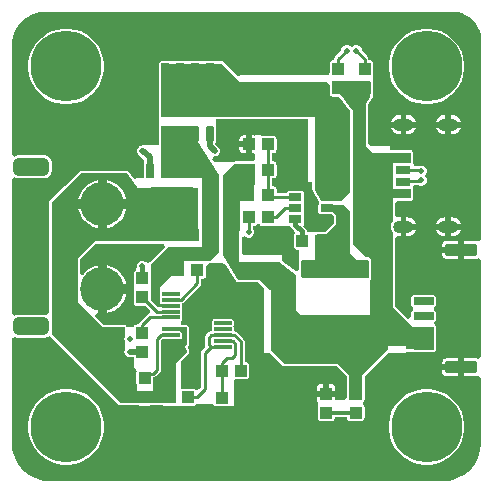
<source format=gtl>
G04*
G04 #@! TF.GenerationSoftware,Altium Limited,Altium Designer,24.5.2 (23)*
G04*
G04 Layer_Physical_Order=1*
G04 Layer_Color=255*
%FSLAX44Y44*%
%MOMM*%
G71*
G04*
G04 #@! TF.SameCoordinates,77DF0842-A661-4F59-BA2F-9A799A7BDEE5*
G04*
G04*
G04 #@! TF.FilePolarity,Positive*
G04*
G01*
G75*
%ADD10C,0.2540*%
%ADD11C,0.3500*%
G04:AMPARAMS|DCode=19|XSize=3.81mm|YSize=3.91mm|CornerRadius=0.1905mm|HoleSize=0mm|Usage=FLASHONLY|Rotation=90.000|XOffset=0mm|YOffset=0mm|HoleType=Round|Shape=RoundedRectangle|*
%AMROUNDEDRECTD19*
21,1,3.8100,3.5290,0,0,90.0*
21,1,3.4290,3.9100,0,0,90.0*
1,1,0.3810,1.7645,1.7145*
1,1,0.3810,1.7645,-1.7145*
1,1,0.3810,-1.7645,-1.7145*
1,1,0.3810,-1.7645,1.7145*
%
%ADD19ROUNDEDRECTD19*%
G04:AMPARAMS|DCode=20|XSize=1.27mm|YSize=0.61mm|CornerRadius=0.0305mm|HoleSize=0mm|Usage=FLASHONLY|Rotation=90.000|XOffset=0mm|YOffset=0mm|HoleType=Round|Shape=RoundedRectangle|*
%AMROUNDEDRECTD20*
21,1,1.2700,0.5490,0,0,90.0*
21,1,1.2090,0.6100,0,0,90.0*
1,1,0.0610,0.2745,0.6045*
1,1,0.0610,0.2745,-0.6045*
1,1,0.0610,-0.2745,-0.6045*
1,1,0.0610,-0.2745,0.6045*
%
%ADD20ROUNDEDRECTD20*%
G04:AMPARAMS|DCode=21|XSize=1.02mm|YSize=0.61mm|CornerRadius=0.0305mm|HoleSize=0mm|Usage=FLASHONLY|Rotation=90.000|XOffset=0mm|YOffset=0mm|HoleType=Round|Shape=RoundedRectangle|*
%AMROUNDEDRECTD21*
21,1,1.0200,0.5490,0,0,90.0*
21,1,0.9590,0.6100,0,0,90.0*
1,1,0.0610,0.2745,0.4795*
1,1,0.0610,0.2745,-0.4795*
1,1,0.0610,-0.2745,-0.4795*
1,1,0.0610,-0.2745,0.4795*
%
%ADD21ROUNDEDRECTD21*%
G04:AMPARAMS|DCode=22|XSize=0.7mm|YSize=1.2mm|CornerRadius=0.035mm|HoleSize=0mm|Usage=FLASHONLY|Rotation=90.000|XOffset=0mm|YOffset=0mm|HoleType=Round|Shape=RoundedRectangle|*
%AMROUNDEDRECTD22*
21,1,0.7000,1.1300,0,0,90.0*
21,1,0.6300,1.2000,0,0,90.0*
1,1,0.0700,0.5650,0.3150*
1,1,0.0700,0.5650,-0.3150*
1,1,0.0700,-0.5650,-0.3150*
1,1,0.0700,-0.5650,0.3150*
%
%ADD22ROUNDEDRECTD22*%
G04:AMPARAMS|DCode=23|XSize=0.76mm|YSize=1.2mm|CornerRadius=0.038mm|HoleSize=0mm|Usage=FLASHONLY|Rotation=90.000|XOffset=0mm|YOffset=0mm|HoleType=Round|Shape=RoundedRectangle|*
%AMROUNDEDRECTD23*
21,1,0.7600,1.1240,0,0,90.0*
21,1,0.6840,1.2000,0,0,90.0*
1,1,0.0760,0.5620,0.3420*
1,1,0.0760,0.5620,-0.3420*
1,1,0.0760,-0.5620,-0.3420*
1,1,0.0760,-0.5620,0.3420*
%
%ADD23ROUNDEDRECTD23*%
G04:AMPARAMS|DCode=24|XSize=0.8mm|YSize=1.2mm|CornerRadius=0.04mm|HoleSize=0mm|Usage=FLASHONLY|Rotation=90.000|XOffset=0mm|YOffset=0mm|HoleType=Round|Shape=RoundedRectangle|*
%AMROUNDEDRECTD24*
21,1,0.8000,1.1200,0,0,90.0*
21,1,0.7200,1.2000,0,0,90.0*
1,1,0.0800,0.5600,0.3600*
1,1,0.0800,0.5600,-0.3600*
1,1,0.0800,-0.5600,-0.3600*
1,1,0.0800,-0.5600,0.3600*
%
%ADD24ROUNDEDRECTD24*%
G04:AMPARAMS|DCode=25|XSize=0.6mm|YSize=1.7mm|CornerRadius=0.03mm|HoleSize=0mm|Usage=FLASHONLY|Rotation=90.000|XOffset=0mm|YOffset=0mm|HoleType=Round|Shape=RoundedRectangle|*
%AMROUNDEDRECTD25*
21,1,0.6000,1.6400,0,0,90.0*
21,1,0.5400,1.7000,0,0,90.0*
1,1,0.0600,0.8200,0.2700*
1,1,0.0600,0.8200,-0.2700*
1,1,0.0600,-0.8200,-0.2700*
1,1,0.0600,-0.8200,0.2700*
%
%ADD25ROUNDEDRECTD25*%
G04:AMPARAMS|DCode=26|XSize=2.7mm|YSize=1mm|CornerRadius=0.05mm|HoleSize=0mm|Usage=FLASHONLY|Rotation=180.000|XOffset=0mm|YOffset=0mm|HoleType=Round|Shape=RoundedRectangle|*
%AMROUNDEDRECTD26*
21,1,2.7000,0.9000,0,0,180.0*
21,1,2.6000,1.0000,0,0,180.0*
1,1,0.1000,-1.3000,0.4500*
1,1,0.1000,1.3000,0.4500*
1,1,0.1000,1.3000,-0.4500*
1,1,0.1000,-1.3000,-0.4500*
%
%ADD26ROUNDEDRECTD26*%
G04:AMPARAMS|DCode=27|XSize=1.1mm|YSize=1mm|CornerRadius=0.075mm|HoleSize=0mm|Usage=FLASHONLY|Rotation=0.000|XOffset=0mm|YOffset=0mm|HoleType=Round|Shape=RoundedRectangle|*
%AMROUNDEDRECTD27*
21,1,1.1000,0.8500,0,0,0.0*
21,1,0.9500,1.0000,0,0,0.0*
1,1,0.1500,0.4750,-0.4250*
1,1,0.1500,-0.4750,-0.4250*
1,1,0.1500,-0.4750,0.4250*
1,1,0.1500,0.4750,0.4250*
%
%ADD27ROUNDEDRECTD27*%
G04:AMPARAMS|DCode=28|XSize=1.6mm|YSize=5.7mm|CornerRadius=0.12mm|HoleSize=0mm|Usage=FLASHONLY|Rotation=270.000|XOffset=0mm|YOffset=0mm|HoleType=Round|Shape=RoundedRectangle|*
%AMROUNDEDRECTD28*
21,1,1.6000,5.4600,0,0,270.0*
21,1,1.3600,5.7000,0,0,270.0*
1,1,0.2400,-2.7300,-0.6800*
1,1,0.2400,-2.7300,0.6800*
1,1,0.2400,2.7300,0.6800*
1,1,0.2400,2.7300,-0.6800*
%
%ADD28ROUNDEDRECTD28*%
G04:AMPARAMS|DCode=29|XSize=1.1mm|YSize=1mm|CornerRadius=0.075mm|HoleSize=0mm|Usage=FLASHONLY|Rotation=270.000|XOffset=0mm|YOffset=0mm|HoleType=Round|Shape=RoundedRectangle|*
%AMROUNDEDRECTD29*
21,1,1.1000,0.8500,0,0,270.0*
21,1,0.9500,1.0000,0,0,270.0*
1,1,0.1500,-0.4250,-0.4750*
1,1,0.1500,-0.4250,0.4750*
1,1,0.1500,0.4250,0.4750*
1,1,0.1500,0.4250,-0.4750*
%
%ADD29ROUNDEDRECTD29*%
G04:AMPARAMS|DCode=30|XSize=1mm|YSize=1.1mm|CornerRadius=0.075mm|HoleSize=0mm|Usage=FLASHONLY|Rotation=0.000|XOffset=0mm|YOffset=0mm|HoleType=Round|Shape=RoundedRectangle|*
%AMROUNDEDRECTD30*
21,1,1.0000,0.9500,0,0,0.0*
21,1,0.8500,1.1000,0,0,0.0*
1,1,0.1500,0.4250,-0.4750*
1,1,0.1500,-0.4250,-0.4750*
1,1,0.1500,-0.4250,0.4750*
1,1,0.1500,0.4250,0.4750*
%
%ADD30ROUNDEDRECTD30*%
G04:AMPARAMS|DCode=31|XSize=1mm|YSize=1.1mm|CornerRadius=0.075mm|HoleSize=0mm|Usage=FLASHONLY|Rotation=270.000|XOffset=0mm|YOffset=0mm|HoleType=Round|Shape=RoundedRectangle|*
%AMROUNDEDRECTD31*
21,1,1.0000,0.9500,0,0,270.0*
21,1,0.8500,1.1000,0,0,270.0*
1,1,0.1500,-0.4750,-0.4250*
1,1,0.1500,-0.4750,0.4250*
1,1,0.1500,0.4750,0.4250*
1,1,0.1500,0.4750,-0.4250*
%
%ADD31ROUNDEDRECTD31*%
G04:AMPARAMS|DCode=32|XSize=1.3mm|YSize=1.5mm|CornerRadius=0.0975mm|HoleSize=0mm|Usage=FLASHONLY|Rotation=270.000|XOffset=0mm|YOffset=0mm|HoleType=Round|Shape=RoundedRectangle|*
%AMROUNDEDRECTD32*
21,1,1.3000,1.3050,0,0,270.0*
21,1,1.1050,1.5000,0,0,270.0*
1,1,0.1950,-0.6525,-0.5525*
1,1,0.1950,-0.6525,0.5525*
1,1,0.1950,0.6525,0.5525*
1,1,0.1950,0.6525,-0.5525*
%
%ADD32ROUNDEDRECTD32*%
G04:AMPARAMS|DCode=33|XSize=1.1mm|YSize=1mm|CornerRadius=0.1mm|HoleSize=0mm|Usage=FLASHONLY|Rotation=270.000|XOffset=0mm|YOffset=0mm|HoleType=Round|Shape=RoundedRectangle|*
%AMROUNDEDRECTD33*
21,1,1.1000,0.8000,0,0,270.0*
21,1,0.9000,1.0000,0,0,270.0*
1,1,0.2000,-0.4000,-0.4500*
1,1,0.2000,-0.4000,0.4500*
1,1,0.2000,0.4000,0.4500*
1,1,0.2000,0.4000,-0.4500*
%
%ADD33ROUNDEDRECTD33*%
G04:AMPARAMS|DCode=34|XSize=1.1mm|YSize=0.6mm|CornerRadius=0.03mm|HoleSize=0mm|Usage=FLASHONLY|Rotation=180.000|XOffset=0mm|YOffset=0mm|HoleType=Round|Shape=RoundedRectangle|*
%AMROUNDEDRECTD34*
21,1,1.1000,0.5400,0,0,180.0*
21,1,1.0400,0.6000,0,0,180.0*
1,1,0.0600,-0.5200,0.2700*
1,1,0.0600,0.5200,0.2700*
1,1,0.0600,0.5200,-0.2700*
1,1,0.0600,-0.5200,-0.2700*
%
%ADD34ROUNDEDRECTD34*%
G04:AMPARAMS|DCode=35|XSize=1.45mm|YSize=0.3mm|CornerRadius=0.015mm|HoleSize=0mm|Usage=FLASHONLY|Rotation=180.000|XOffset=0mm|YOffset=0mm|HoleType=Round|Shape=RoundedRectangle|*
%AMROUNDEDRECTD35*
21,1,1.4500,0.2700,0,0,180.0*
21,1,1.4200,0.3000,0,0,180.0*
1,1,0.0300,-0.7100,0.1350*
1,1,0.0300,0.7100,0.1350*
1,1,0.0300,0.7100,-0.1350*
1,1,0.0300,-0.7100,-0.1350*
%
%ADD35ROUNDEDRECTD35*%
G04:AMPARAMS|DCode=36|XSize=1.1mm|YSize=1mm|CornerRadius=0.1mm|HoleSize=0mm|Usage=FLASHONLY|Rotation=0.000|XOffset=0mm|YOffset=0mm|HoleType=Round|Shape=RoundedRectangle|*
%AMROUNDEDRECTD36*
21,1,1.1000,0.8000,0,0,0.0*
21,1,0.9000,1.0000,0,0,0.0*
1,1,0.2000,0.4500,-0.4000*
1,1,0.2000,-0.4500,-0.4000*
1,1,0.2000,-0.4500,0.4000*
1,1,0.2000,0.4500,0.4000*
%
%ADD36ROUNDEDRECTD36*%
%ADD59C,0.4000*%
%ADD60C,0.5000*%
G04:AMPARAMS|DCode=61|XSize=1.7mm|YSize=1.1mm|CornerRadius=0.55mm|HoleSize=0mm|Usage=FLASHONLY|Rotation=180.000|XOffset=0mm|YOffset=0mm|HoleType=Round|Shape=RoundedRectangle|*
%AMROUNDEDRECTD61*
21,1,1.7000,0.0000,0,0,180.0*
21,1,0.6000,1.1000,0,0,180.0*
1,1,1.1000,-0.3000,0.0000*
1,1,1.1000,0.3000,0.0000*
1,1,1.1000,0.3000,0.0000*
1,1,1.1000,-0.3000,0.0000*
%
%ADD61ROUNDEDRECTD61*%
G04:AMPARAMS|DCode=62|XSize=1.5mm|YSize=3mm|CornerRadius=0.375mm|HoleSize=0mm|Usage=FLASHONLY|Rotation=90.000|XOffset=0mm|YOffset=0mm|HoleType=Round|Shape=RoundedRectangle|*
%AMROUNDEDRECTD62*
21,1,1.5000,2.2500,0,0,90.0*
21,1,0.7500,3.0000,0,0,90.0*
1,1,0.7500,1.1250,0.3750*
1,1,0.7500,1.1250,-0.3750*
1,1,0.7500,-1.1250,-0.3750*
1,1,0.7500,-1.1250,0.3750*
%
%ADD62ROUNDEDRECTD62*%
%ADD63C,3.7000*%
%ADD64C,6.0000*%
%ADD65C,0.5000*%
G36*
X579631Y598279D02*
X582630Y597475D01*
X585498Y596287D01*
X588186Y594735D01*
X590649Y592845D01*
X592845Y590650D01*
X594735Y588187D01*
X596287Y585498D01*
X597475Y582630D01*
X598279Y579631D01*
X598684Y576552D01*
Y575000D01*
Y405860D01*
X596171Y404576D01*
X595000Y404809D01*
X584500D01*
Y397250D01*
Y389691D01*
X595000D01*
X596171Y389924D01*
X598684Y388640D01*
Y306360D01*
X596171Y305076D01*
X595000Y305309D01*
X584500D01*
Y297750D01*
Y290191D01*
X595000D01*
X596171Y290424D01*
X598684Y289140D01*
Y234142D01*
Y231991D01*
X598122Y227724D01*
X597009Y223568D01*
X595362Y219592D01*
X593211Y215866D01*
X590591Y212452D01*
X587548Y209409D01*
X584134Y206789D01*
X580408Y204638D01*
X576432Y202991D01*
X572276Y201877D01*
X568009Y201316D01*
X231991D01*
X227724Y201877D01*
X223568Y202991D01*
X219592Y204638D01*
X215866Y206789D01*
X212452Y209409D01*
X209409Y212452D01*
X206789Y215866D01*
X204638Y219592D01*
X202991Y223568D01*
X201877Y227724D01*
X201316Y231991D01*
Y234142D01*
Y322372D01*
X203856Y323730D01*
X204494Y323303D01*
X206750Y322855D01*
X229250D01*
X231506Y323303D01*
X233493Y324510D01*
X235152Y322918D01*
X291982Y266087D01*
X292655Y265638D01*
X293447Y265481D01*
X293448Y265481D01*
X309412D01*
X309750Y265413D01*
X318250D01*
X318588Y265481D01*
X329412D01*
X329750Y265413D01*
X337461D01*
X340000Y265412D01*
Y265412D01*
X345000D01*
Y265412D01*
X345147Y265533D01*
X345750Y265413D01*
X355250D01*
X356335Y265629D01*
X357256Y266244D01*
X357426Y266500D01*
X371739D01*
X372244Y265744D01*
X373164Y265129D01*
X374250Y264914D01*
X383750D01*
X384354Y265034D01*
X384500Y264914D01*
Y264914D01*
X389500D01*
Y287298D01*
X390250Y287913D01*
X399750D01*
X400835Y288129D01*
X401756Y288744D01*
X402371Y289664D01*
X402587Y290750D01*
Y299250D01*
X402371Y300336D01*
X401756Y301256D01*
X400835Y301871D01*
X399750Y302087D01*
X398491D01*
Y319674D01*
X398234Y320962D01*
X397505Y322054D01*
X392178Y327381D01*
X391086Y328110D01*
X389798Y328367D01*
X389557D01*
X389325Y328650D01*
Y331350D01*
X389155Y332201D01*
X388956Y332500D01*
X389155Y332799D01*
X389325Y333650D01*
Y336350D01*
X389155Y337201D01*
X388673Y337923D01*
X387951Y338405D01*
X387100Y338575D01*
X372900D01*
X372049Y338405D01*
X371327Y337923D01*
X370845Y337201D01*
X370675Y336350D01*
Y333650D01*
X370845Y332799D01*
X371044Y332500D01*
X370845Y332201D01*
X370675Y331350D01*
Y328650D01*
X370443Y328367D01*
X370000D01*
X368712Y328110D01*
X367619Y327381D01*
X365619Y325381D01*
X364890Y324288D01*
X364633Y323000D01*
Y317000D01*
X364890Y315712D01*
X365314Y315076D01*
X362619Y312381D01*
X361890Y311288D01*
X361633Y310000D01*
Y280628D01*
X360027Y279022D01*
X357256Y278756D01*
X356335Y279371D01*
X355250Y279587D01*
X345750D01*
X345000Y280202D01*
Y300588D01*
X345000D01*
X344245Y302410D01*
X350768Y308933D01*
X351217Y309605D01*
X351375Y310398D01*
X351375Y310398D01*
Y312375D01*
X351335Y312575D01*
Y312779D01*
X351257Y312968D01*
X351217Y313168D01*
X351104Y313337D01*
X351026Y313526D01*
X350683Y314040D01*
X350492Y315000D01*
X350683Y315960D01*
X351026Y316474D01*
X351104Y316663D01*
X351217Y316832D01*
X351257Y317032D01*
X351335Y317221D01*
Y317425D01*
X351375Y317625D01*
Y331500D01*
X351217Y332293D01*
X350768Y332965D01*
X350096Y333414D01*
X349303Y333572D01*
X345539D01*
X344774Y334322D01*
X344736Y334428D01*
X344673Y337077D01*
X345155Y337799D01*
X345325Y338650D01*
Y341350D01*
X345155Y342201D01*
X344956Y342500D01*
X345155Y342799D01*
X345325Y343650D01*
Y346350D01*
X345155Y347201D01*
X344956Y347500D01*
X345155Y347799D01*
X345260Y348323D01*
X345312Y348495D01*
X345306Y348555D01*
X345325Y348650D01*
Y351350D01*
X345306Y351445D01*
X345312Y351505D01*
X345620Y351890D01*
X346712Y352619D01*
X360881Y366788D01*
X361610Y367880D01*
X361867Y369168D01*
Y372914D01*
X363250D01*
X364336Y373129D01*
X365256Y373744D01*
X365871Y374664D01*
X366087Y375750D01*
Y383388D01*
X367482Y385309D01*
X368297Y385928D01*
X370250D01*
X370295Y385937D01*
X370340Y385930D01*
X370626Y386000D01*
X379458Y386000D01*
X381826Y385586D01*
X390855Y370914D01*
X391020Y370737D01*
X391155Y370535D01*
X391293Y370443D01*
X391405Y370322D01*
X391626Y370220D01*
X391827Y370086D01*
X391989Y370054D01*
X392140Y369985D01*
X392382Y369976D01*
X392620Y369928D01*
X410142D01*
X415253Y364817D01*
X414500Y363000D01*
X414500D01*
Y310035D01*
X420035D01*
X430535Y299535D01*
X430535Y299535D01*
X431207Y299086D01*
X432000Y298928D01*
X432000Y298928D01*
X476142Y298928D01*
X484933Y290138D01*
Y279620D01*
X484909Y279500D01*
Y271500D01*
X483032Y270000D01*
X475679D01*
X475064Y270750D01*
Y273000D01*
X459936D01*
Y270750D01*
X460189Y269482D01*
X460907Y268407D01*
X460765Y265538D01*
X460629Y265336D01*
X460414Y264250D01*
Y254750D01*
X460629Y253664D01*
X461244Y252744D01*
X462164Y252129D01*
X463250Y251914D01*
X471750D01*
X472836Y252129D01*
X473756Y252744D01*
X474371Y253664D01*
X474586Y254750D01*
Y255644D01*
X484909D01*
Y255500D01*
X485144Y254317D01*
X485814Y253314D01*
X486817Y252644D01*
X488000Y252409D01*
X497000D01*
X498183Y252644D01*
X499186Y253314D01*
X499856Y254317D01*
X500091Y255500D01*
Y263500D01*
X499856Y264683D01*
X499186Y265686D01*
X498738Y265985D01*
X498785Y268196D01*
X498791Y268242D01*
X498931Y268678D01*
X499465Y269035D01*
X499914Y269707D01*
X500072Y270500D01*
Y271401D01*
X500091Y271500D01*
Y279500D01*
X500072Y279599D01*
Y290142D01*
X518229Y308299D01*
X520250Y309500D01*
Y309500D01*
X520250Y309500D01*
X535500D01*
Y311178D01*
X541770D01*
X541800Y311172D01*
X558200D01*
X558230Y311178D01*
X558500D01*
X559293Y311336D01*
X559965Y311785D01*
X560414Y312457D01*
X560572Y313250D01*
Y313521D01*
X560578Y313550D01*
Y318950D01*
X560572Y318979D01*
Y326021D01*
X560578Y326050D01*
Y331450D01*
X560572Y331479D01*
Y331750D01*
X560414Y332543D01*
X559965Y333215D01*
X559293Y333664D01*
X559266Y333795D01*
X559110Y336353D01*
X559881Y336869D01*
X560397Y337640D01*
X560578Y338550D01*
Y343950D01*
X560397Y344860D01*
X559881Y345631D01*
X559110Y346147D01*
X558816Y346205D01*
Y348795D01*
X559110Y348853D01*
X559881Y349369D01*
X560397Y350140D01*
X560578Y351050D01*
Y356450D01*
X560397Y357360D01*
X559881Y358131D01*
X559110Y358647D01*
X558200Y358828D01*
X541800D01*
X540890Y358647D01*
X540119Y358131D01*
X539603Y357360D01*
X539422Y356450D01*
Y351050D01*
X539603Y350140D01*
X540119Y349369D01*
X540890Y348853D01*
X541184Y348795D01*
Y346205D01*
X540890Y346147D01*
X540119Y345631D01*
X539603Y344860D01*
X539422Y343950D01*
Y340100D01*
X536882Y339048D01*
X526072Y349858D01*
Y407358D01*
X528612Y408914D01*
X530000Y408731D01*
X530500D01*
Y416800D01*
Y424869D01*
X530000D01*
X528612Y424686D01*
X526072Y426242D01*
Y436955D01*
X527380Y438921D01*
X538620D01*
X538657Y438928D01*
X539000D01*
X539793Y439086D01*
X540465Y439535D01*
X540914Y440207D01*
X541072Y441000D01*
Y441343D01*
X541079Y441380D01*
Y448220D01*
X541072Y448257D01*
Y448600D01*
X540914Y449393D01*
X540639Y449805D01*
X541104Y451008D01*
X541886Y452163D01*
X545428D01*
X545433Y452158D01*
X547099Y451468D01*
X548901D01*
X550567Y452158D01*
X551842Y453433D01*
X552532Y455098D01*
Y456902D01*
X551842Y458567D01*
X550694Y460000D01*
X551842Y461433D01*
X552532Y463098D01*
Y464902D01*
X551842Y466567D01*
X550567Y467842D01*
X548901Y468532D01*
X547099D01*
X546581Y468318D01*
X546334Y468367D01*
X542739D01*
X542189Y468921D01*
X541053Y470907D01*
X541072Y471000D01*
Y471743D01*
X541079Y471780D01*
Y478620D01*
X541072Y478657D01*
Y479500D01*
X540914Y480293D01*
X540465Y480965D01*
X539793Y481414D01*
X539000Y481572D01*
X521500D01*
Y485500D01*
X506250D01*
Y485500D01*
X505301Y485107D01*
X503072Y486809D01*
Y520169D01*
X506743Y525880D01*
X506811Y526053D01*
X506914Y526207D01*
X506958Y526425D01*
X507039Y526632D01*
X507036Y526818D01*
X507072Y527000D01*
Y529676D01*
X507086Y529750D01*
Y539250D01*
X507500Y540000D01*
X507500D01*
Y545000D01*
X507500D01*
X507047Y545552D01*
X507086Y545750D01*
Y555250D01*
X506871Y556335D01*
X506256Y557256D01*
X505336Y557871D01*
X504250Y558087D01*
X503367D01*
Y559000D01*
X503110Y560288D01*
X502381Y561381D01*
X497532Y566229D01*
Y566902D01*
X496842Y568567D01*
X495567Y569842D01*
X493901Y570532D01*
X492099D01*
X490433Y569842D01*
X489000Y568694D01*
X487567Y569842D01*
X485901Y570532D01*
X484099D01*
X482433Y569842D01*
X481158Y568567D01*
X480468Y566902D01*
Y566229D01*
X475119Y560881D01*
X474390Y559788D01*
X474133Y558500D01*
Y558087D01*
X473250D01*
X472164Y557871D01*
X471244Y557256D01*
X470629Y556335D01*
X470414Y555250D01*
Y547765D01*
X469805Y545688D01*
X467971Y545500D01*
X395000D01*
Y545500D01*
X392819Y544597D01*
X380951Y556465D01*
X380951Y556465D01*
X380279Y556914D01*
X379486Y557072D01*
X379486Y557072D01*
X372579D01*
X371795Y557228D01*
X366305D01*
X365521Y557072D01*
X359879D01*
X359095Y557228D01*
X353605D01*
X352821Y557072D01*
X347179D01*
X346395Y557228D01*
X340905D01*
X340121Y557072D01*
X334479D01*
X333695Y557228D01*
X328205D01*
X327293Y557046D01*
X326520Y556530D01*
X326004Y555757D01*
X325822Y554845D01*
Y545255D01*
X325928Y544722D01*
Y510000D01*
X326000Y509639D01*
Y502564D01*
X325986Y502543D01*
X325828Y501750D01*
Y501475D01*
X325822Y501445D01*
Y489355D01*
X325828Y489325D01*
Y486000D01*
X315000D01*
Y486000D01*
X312566Y485621D01*
X312000D01*
X311554Y485532D01*
X311098D01*
X310678Y485358D01*
X310232Y485269D01*
X309853Y485016D01*
X309433Y484842D01*
X309111Y484520D01*
X308733Y484267D01*
X308480Y483889D01*
X308158Y483567D01*
X307984Y483147D01*
X307731Y482768D01*
X307642Y482322D01*
X307468Y481902D01*
Y481446D01*
X307379Y481000D01*
X307468Y480554D01*
Y480098D01*
X307642Y479678D01*
X307731Y479232D01*
X307984Y478853D01*
X308158Y478433D01*
X308480Y478111D01*
X308733Y477733D01*
X309111Y477480D01*
X309433Y477158D01*
X309853Y476984D01*
X310232Y476731D01*
X310318Y476714D01*
X313504Y473527D01*
Y471557D01*
X313304Y471257D01*
X313122Y470345D01*
Y458255D01*
X312872Y457950D01*
X307500D01*
Y457793D01*
X305087Y457000D01*
X300511Y463211D01*
X300398Y463314D01*
X300314Y463441D01*
X300102Y463584D01*
X299914Y463756D01*
X299770Y463807D01*
X299643Y463893D01*
X299393Y463943D01*
X299153Y464030D01*
X299001Y464023D01*
X298851Y464054D01*
X261092Y464203D01*
X260729Y464132D01*
X260362Y464073D01*
X260333Y464055D01*
X260298Y464049D01*
X259989Y463844D01*
X259674Y463649D01*
X233590Y439429D01*
X233568Y439397D01*
X233535Y439376D01*
X233331Y439071D01*
X233117Y438774D01*
X233108Y438736D01*
X233086Y438703D01*
X233015Y438344D01*
X232930Y437987D01*
X232936Y437949D01*
X232928Y437911D01*
Y343569D01*
X230388Y341919D01*
X229250Y342145D01*
X206750D01*
X204494Y341697D01*
X203856Y341270D01*
X201316Y342628D01*
Y457372D01*
X203856Y458730D01*
X204494Y458303D01*
X206750Y457855D01*
X229250D01*
X231506Y458303D01*
X233419Y459581D01*
X234697Y461494D01*
X235145Y463750D01*
Y471250D01*
X234697Y473506D01*
X233419Y475419D01*
X231506Y476697D01*
X229250Y477145D01*
X206750D01*
X204494Y476697D01*
X203856Y476270D01*
X201316Y477628D01*
Y570607D01*
Y573060D01*
X202166Y577892D01*
X203842Y582502D01*
X206292Y586752D01*
X209441Y590514D01*
X213195Y593672D01*
X217440Y596131D01*
X222047Y597817D01*
X224461Y598248D01*
X224787Y598375D01*
X225127Y598462D01*
X225589Y598684D01*
X576552D01*
X579631Y598279D01*
D02*
G37*
G36*
X394986Y539500D02*
X468124D01*
X470414Y536643D01*
Y529750D01*
X470629Y528665D01*
X471244Y527744D01*
X472164Y527129D01*
X473250Y526913D01*
X478211D01*
X488000Y514699D01*
Y446486D01*
X481000Y439000D01*
X462914D01*
X458000Y448000D01*
Y454689D01*
Y510000D01*
X328000D01*
Y555000D01*
X379486D01*
X394986Y539500D01*
D02*
G37*
G36*
X452000Y454916D02*
X455928Y454767D01*
Y448000D01*
X455950Y447890D01*
X455940Y447779D01*
X456028Y447497D01*
X456086Y447207D01*
X456148Y447114D01*
X456181Y447007D01*
X461096Y438007D01*
X461386Y437319D01*
X461086Y436293D01*
X460928Y435500D01*
Y435229D01*
X460922Y435200D01*
Y429800D01*
X460928Y429771D01*
Y429500D01*
X461086Y428707D01*
X461535Y428035D01*
X462207Y427586D01*
X463000Y427428D01*
X463270D01*
X463300Y427422D01*
X472698D01*
X473928Y426192D01*
Y426091D01*
X473968Y425891D01*
Y425686D01*
X474006Y425496D01*
Y420504D01*
X473968Y420313D01*
Y420109D01*
X473928Y419909D01*
Y419858D01*
X466661Y412591D01*
X459000D01*
X458105Y412413D01*
X458000Y412500D01*
Y412500D01*
X451460D01*
X451111Y412569D01*
Y413000D01*
X450798Y414573D01*
X449907Y415907D01*
X448275Y417539D01*
X448381Y418619D01*
X448897Y419390D01*
X449078Y420300D01*
Y425700D01*
X448897Y426610D01*
X448381Y427381D01*
Y428119D01*
X448897Y428890D01*
X449078Y429800D01*
Y435200D01*
X448897Y436110D01*
X448507Y437250D01*
X448897Y438390D01*
X449078Y439300D01*
Y444700D01*
X448897Y445610D01*
X448381Y446381D01*
X447610Y446897D01*
X446700Y447078D01*
X436300D01*
X435390Y446897D01*
X434619Y446381D01*
X434103Y445610D01*
X434055Y445367D01*
X425587D01*
Y448250D01*
X425370Y449335D01*
X424756Y450256D01*
X423835Y450871D01*
X422750Y451087D01*
X421367D01*
Y457914D01*
X422750D01*
X423835Y458129D01*
X424756Y458744D01*
X425371Y459664D01*
X425587Y460750D01*
Y469250D01*
X425371Y470336D01*
X424756Y471256D01*
X423835Y471871D01*
X422750Y472086D01*
X421367D01*
Y479413D01*
X422750D01*
X423835Y479630D01*
X424756Y480244D01*
X425371Y481165D01*
X425587Y482250D01*
Y490750D01*
X425371Y491836D01*
X424756Y492756D01*
X423835Y493371D01*
X422750Y493587D01*
X413250D01*
X413122Y493561D01*
X412500Y494072D01*
Y494072D01*
X407500D01*
Y494072D01*
X407346Y493945D01*
X406750Y494064D01*
X404500D01*
Y486500D01*
Y478936D01*
X406750D01*
X407500Y478321D01*
Y474442D01*
X406750Y472086D01*
X397250D01*
X397176Y472072D01*
X390500D01*
X390162Y472005D01*
X390129Y472000D01*
X372687D01*
X372687Y472000D01*
Y472000D01*
X371165Y474003D01*
X371077Y474142D01*
X371563Y475248D01*
X372451Y476342D01*
X372614Y476456D01*
X373000Y476379D01*
X373447Y476468D01*
X373901D01*
X374322Y476642D01*
X374768Y476731D01*
X375147Y476984D01*
X375567Y477158D01*
X375889Y477480D01*
X376267Y477733D01*
X376520Y478111D01*
X376842Y478433D01*
X377016Y478853D01*
X377269Y479232D01*
X377358Y479678D01*
X377532Y480098D01*
Y480554D01*
X377621Y481000D01*
X377532Y481446D01*
Y481902D01*
X377358Y482322D01*
X377269Y482768D01*
X377016Y483147D01*
X376842Y483567D01*
X376520Y483889D01*
X376267Y484267D01*
X373671Y486864D01*
Y487956D01*
X373996Y488443D01*
X374178Y489355D01*
Y501445D01*
X374000Y502339D01*
Y507928D01*
X452000D01*
Y454916D01*
D02*
G37*
G36*
X488000Y430000D02*
Y394368D01*
X503500Y378868D01*
Y373000D01*
X458000D01*
Y389000D01*
Y408704D01*
X459796Y410500D01*
X467500Y410500D01*
X476000Y419000D01*
Y419909D01*
X476078Y420300D01*
Y425700D01*
X476000Y426091D01*
Y427050D01*
X473550Y429500D01*
X463000Y429500D01*
Y435500D01*
X482500D01*
X488000Y430000D01*
D02*
G37*
G36*
X411263Y418964D02*
X411744Y418244D01*
X412664Y417629D01*
X413750Y417413D01*
X422250D01*
X422854Y417534D01*
X423000Y417413D01*
Y417413D01*
X436000D01*
X438095Y416339D01*
X438593Y415593D01*
X439994Y414193D01*
X440814Y411686D01*
X440144Y410683D01*
X439908Y409500D01*
Y400500D01*
X440144Y399317D01*
X440814Y398314D01*
X441817Y397644D01*
X443000Y397409D01*
X444405D01*
Y389000D01*
X444405D01*
X444597Y388766D01*
X444405Y387800D01*
Y380211D01*
X441865Y378941D01*
X430250Y387652D01*
Y393000D01*
X397712D01*
X395924Y394804D01*
X396039Y408233D01*
X396575Y408536D01*
X398586Y409005D01*
X399433Y408158D01*
X401099Y407468D01*
X402901D01*
X404567Y408158D01*
X405842Y409433D01*
X406532Y411099D01*
Y412901D01*
X405842Y414567D01*
X405536Y414874D01*
X405775Y417413D01*
X406250D01*
X407336Y417629D01*
X408256Y418244D01*
X408799Y419058D01*
X411263Y418964D01*
D02*
G37*
G36*
X328205Y402472D02*
X329950D01*
X331002Y399932D01*
X317998Y386928D01*
X317105Y386507D01*
X314879Y386727D01*
X314466Y387141D01*
X312801Y387830D01*
X310998D01*
X309332Y387141D01*
X308057Y385866D01*
X307367Y384200D01*
Y382397D01*
X306665Y380371D01*
X305744Y379756D01*
X305129Y378835D01*
X304914Y377750D01*
Y368250D01*
X305000Y367815D01*
Y362185D01*
X304914Y361750D01*
Y352250D01*
X305129Y351165D01*
X305744Y350244D01*
X306665Y349630D01*
X307750Y349413D01*
X314825D01*
X318400Y345839D01*
X318258Y344960D01*
X317399Y343247D01*
X316712Y343110D01*
X315619Y342381D01*
X309619Y336381D01*
X308890Y335288D01*
X308650Y334086D01*
X307250D01*
X306164Y333871D01*
X305244Y333256D01*
X304629Y332336D01*
X304592Y332146D01*
X298881D01*
X298852Y332293D01*
X298402Y332965D01*
X297730Y333414D01*
X296937Y333572D01*
X279358Y333572D01*
X271627Y341302D01*
X271708Y341799D01*
X274000Y343400D01*
Y364000D01*
Y384106D01*
X272020Y383712D01*
X268290Y382167D01*
X264932Y379923D01*
X262077Y377068D01*
X261612Y376372D01*
X259072Y377143D01*
Y389142D01*
X272461Y402531D01*
X315211D01*
X315505Y402472D01*
X320995D01*
X321289Y402531D01*
X327911D01*
X328205Y402472D01*
D02*
G37*
G36*
X359400Y488600D02*
X377000Y461000D01*
Y395364D01*
X370250Y388000D01*
X370250D01*
Y388000D01*
X347000Y388000D01*
Y375000D01*
X336000D01*
X327000Y366000D01*
Y362434D01*
X326845Y362201D01*
X326675Y361350D01*
Y358650D01*
X326845Y357799D01*
X327000Y357566D01*
Y357434D01*
X326845Y357201D01*
X326675Y356350D01*
Y353650D01*
X326845Y352799D01*
X327000Y352566D01*
Y351496D01*
X328543D01*
X328900Y351425D01*
X343100D01*
X343250Y351302D01*
Y348698D01*
X343100Y348575D01*
X328900D01*
X328524Y348500D01*
X325261D01*
X319086Y354675D01*
Y361750D01*
X319000Y362185D01*
Y367815D01*
X319086Y368250D01*
Y377750D01*
X319000Y378185D01*
Y385000D01*
X334000Y400000D01*
X362000D01*
Y457950D01*
X327900D01*
Y501750D01*
X359400D01*
Y488600D01*
D02*
G37*
G36*
X505000Y527000D02*
X501000Y520778D01*
Y485000D01*
X506250Y479750D01*
Y479500D01*
X506500D01*
X506500Y479500D01*
X539000D01*
Y471000D01*
X524000D01*
Y448600D01*
X539000D01*
Y441000D01*
X524000D01*
Y421353D01*
X523421Y420598D01*
X522662Y418766D01*
X522403Y416800D01*
X522662Y414834D01*
X523421Y413002D01*
X524000Y412247D01*
Y349000D01*
X541250Y331750D01*
X558500D01*
Y313250D01*
X535500D01*
Y315500D01*
X520250D01*
Y313250D01*
X498000Y291000D01*
Y270500D01*
X487004D01*
Y290996D01*
X477000Y301000D01*
X432000Y301000D01*
X420500Y312500D01*
Y362500D01*
Y363000D01*
X420000D01*
X411000Y372000D01*
X392620D01*
X380000Y392507D01*
Y460667D01*
X390500Y470000D01*
X407500D01*
Y451750D01*
X406500D01*
Y439000D01*
X394233D01*
X393784Y387000D01*
X427667D01*
X442000Y376250D01*
Y346000D01*
X446000Y342000D01*
Y342000D01*
X504500D01*
Y371224D01*
X504965Y371535D01*
X505414Y372207D01*
X505572Y373000D01*
Y374082D01*
X505595Y374200D01*
Y387800D01*
X505345Y389061D01*
X504630Y390130D01*
X503561Y390844D01*
X502300Y391095D01*
X501442D01*
X490072Y401818D01*
Y430000D01*
X490000Y430361D01*
Y446125D01*
X490072Y446486D01*
Y514699D01*
X490015Y514986D01*
X489989Y515277D01*
X489936Y515379D01*
X489914Y515491D01*
X489752Y515735D01*
X489617Y515994D01*
X479828Y528209D01*
X479740Y528283D01*
X479676Y528378D01*
X479433Y528541D01*
X479209Y528729D01*
X479099Y528764D01*
X479004Y528828D01*
X478717Y528885D01*
X478438Y528973D01*
X478324Y528963D01*
X478211Y528985D01*
X473454D01*
X472973Y529081D01*
X472738Y529238D01*
X472581Y529473D01*
X472500Y529880D01*
Y540000D01*
X505000D01*
Y527000D01*
D02*
G37*
G36*
X298843Y461982D02*
X307500Y450233D01*
Y449767D01*
X359399D01*
Y404603D01*
X271602D01*
X257000Y390000D01*
Y353000D01*
X278500Y331500D01*
X296937Y331500D01*
Y323618D01*
X296912Y323579D01*
X296560Y321811D01*
X296912Y320043D01*
X296937Y320004D01*
Y312497D01*
X296586Y310729D01*
X296937Y308960D01*
X297939Y307461D01*
X299438Y306460D01*
X301206Y306108D01*
X304541D01*
X304629Y305665D01*
X304775Y305447D01*
X305000Y303000D01*
X305000Y302085D01*
Y297000D01*
X305521D01*
X306590Y295561D01*
X307055Y294460D01*
X306914Y293750D01*
Y284250D01*
X307000Y283815D01*
Y278000D01*
X321000D01*
Y283815D01*
X321087Y284250D01*
Y289171D01*
X322084Y289370D01*
X323176Y290099D01*
X326537Y293460D01*
X327267Y294552D01*
X327523Y295841D01*
Y319505D01*
X328900Y321425D01*
X343100D01*
X343951Y321595D01*
X344673Y322077D01*
X345155Y322799D01*
X345325Y323650D01*
Y326350D01*
X345155Y327201D01*
X344673Y327923D01*
X343951Y328405D01*
X343100Y328575D01*
X331185D01*
X328912Y331109D01*
X328912Y331115D01*
X328941Y331500D01*
X349303Y331500D01*
Y317625D01*
X348731Y316768D01*
X348379Y315000D01*
X348731Y313232D01*
X349303Y312375D01*
Y310398D01*
X340000Y301095D01*
Y267552D01*
X293447D01*
X235000Y326000D01*
Y328020D01*
X235145Y328750D01*
Y336250D01*
X235000Y336980D01*
Y437911D01*
X261084Y462131D01*
X298843Y461982D01*
D02*
G37*
%LPC*%
G36*
X555021Y584532D02*
X549979D01*
X544999Y583743D01*
X540204Y582185D01*
X535712Y579896D01*
X531633Y576933D01*
X528067Y573368D01*
X525104Y569288D01*
X522815Y564796D01*
X521257Y560001D01*
X520468Y555021D01*
Y549979D01*
X521257Y544999D01*
X522815Y540204D01*
X525104Y535712D01*
X528067Y531633D01*
X531633Y528067D01*
X535712Y525104D01*
X540204Y522815D01*
X544999Y521257D01*
X549979Y520468D01*
X555021D01*
X560001Y521257D01*
X564796Y522815D01*
X569288Y525104D01*
X573368Y528067D01*
X576933Y531633D01*
X579896Y535712D01*
X582185Y540204D01*
X583743Y544999D01*
X584532Y549979D01*
Y555021D01*
X583743Y560001D01*
X582185Y564796D01*
X579896Y569288D01*
X576933Y573368D01*
X573368Y576933D01*
X569288Y579896D01*
X564796Y582185D01*
X560001Y583743D01*
X555021Y584532D01*
D02*
G37*
G36*
X250021D02*
X244979D01*
X239999Y583743D01*
X235204Y582185D01*
X230712Y579896D01*
X226632Y576933D01*
X223067Y573368D01*
X220104Y569288D01*
X217815Y564796D01*
X216257Y560001D01*
X215468Y555021D01*
Y549979D01*
X216257Y544999D01*
X217815Y540204D01*
X220104Y535712D01*
X223067Y531633D01*
X226632Y528067D01*
X230712Y525104D01*
X235204Y522815D01*
X239999Y521257D01*
X244979Y520468D01*
X250021D01*
X255001Y521257D01*
X259796Y522815D01*
X264288Y525104D01*
X268367Y528067D01*
X271933Y531633D01*
X274896Y535712D01*
X277185Y540204D01*
X278743Y544999D01*
X279532Y549979D01*
Y555021D01*
X278743Y560001D01*
X277185Y564796D01*
X274896Y569288D01*
X271933Y573368D01*
X268367Y576933D01*
X264288Y579896D01*
X259796Y582185D01*
X255001Y583743D01*
X250021Y584532D01*
D02*
G37*
G36*
X574000Y511269D02*
X573500D01*
Y505700D01*
X581624D01*
X580988Y507234D01*
X579706Y508906D01*
X578035Y510188D01*
X576088Y510994D01*
X574000Y511269D01*
D02*
G37*
G36*
X536000D02*
X535500D01*
Y505700D01*
X543624D01*
X542988Y507234D01*
X541706Y508906D01*
X540034Y510188D01*
X538088Y510994D01*
X536000Y511269D01*
D02*
G37*
G36*
X530500D02*
X530000D01*
X527912Y510994D01*
X525965Y510188D01*
X524294Y508906D01*
X523012Y507234D01*
X522377Y505700D01*
X530500D01*
Y511269D01*
D02*
G37*
G36*
X568500D02*
X568000D01*
X565912Y510994D01*
X563965Y510188D01*
X562294Y508906D01*
X561012Y507234D01*
X560377Y505700D01*
X568500D01*
Y511269D01*
D02*
G37*
G36*
X581624Y500700D02*
X573500D01*
Y495131D01*
X574000D01*
X576088Y495406D01*
X578035Y496212D01*
X579706Y497494D01*
X580988Y499165D01*
X581624Y500700D01*
D02*
G37*
G36*
X568500D02*
X560376D01*
X561012Y499165D01*
X562294Y497494D01*
X563965Y496212D01*
X565912Y495406D01*
X568000Y495131D01*
X568500D01*
Y500700D01*
D02*
G37*
G36*
X543624D02*
X535500D01*
Y495131D01*
X536000D01*
X538088Y495406D01*
X540034Y496212D01*
X541706Y497494D01*
X542988Y499165D01*
X543624Y500700D01*
D02*
G37*
G36*
X530500D02*
X522376D01*
X523012Y499165D01*
X524294Y497494D01*
X525965Y496212D01*
X527912Y495406D01*
X530000Y495131D01*
X530500D01*
Y500700D01*
D02*
G37*
G36*
X574000Y424869D02*
X573500D01*
Y419300D01*
X581624D01*
X580988Y420835D01*
X579706Y422506D01*
X578035Y423788D01*
X576088Y424594D01*
X574000Y424869D01*
D02*
G37*
G36*
X536000D02*
X535500D01*
Y419300D01*
X543624D01*
X542988Y420835D01*
X541706Y422506D01*
X540034Y423788D01*
X538088Y424594D01*
X536000Y424869D01*
D02*
G37*
G36*
X568500D02*
X568000D01*
X565912Y424594D01*
X563965Y423788D01*
X562294Y422506D01*
X561012Y420835D01*
X560376Y419300D01*
X568500D01*
Y424869D01*
D02*
G37*
G36*
X581624Y414300D02*
X573500D01*
Y408731D01*
X574000D01*
X576088Y409006D01*
X578035Y409812D01*
X579706Y411094D01*
X580988Y412766D01*
X581624Y414300D01*
D02*
G37*
G36*
X568500D02*
X560376D01*
X561012Y412766D01*
X562294Y411094D01*
X563965Y409812D01*
X565912Y409006D01*
X568000Y408731D01*
X568500D01*
Y414300D01*
D02*
G37*
G36*
X543624D02*
X535500D01*
Y408731D01*
X536000D01*
X538088Y409006D01*
X540034Y409812D01*
X541706Y411094D01*
X542988Y412766D01*
X543624Y414300D01*
D02*
G37*
G36*
X579500Y404809D02*
X569000D01*
X567830Y404576D01*
X566837Y403913D01*
X566174Y402920D01*
X565941Y401750D01*
Y399750D01*
X579500D01*
Y404809D01*
D02*
G37*
G36*
Y394750D02*
X565941D01*
Y392750D01*
X566174Y391580D01*
X566837Y390587D01*
X567830Y389924D01*
X569000Y389691D01*
X579500D01*
Y394750D01*
D02*
G37*
G36*
Y305309D02*
X569000D01*
X567830Y305076D01*
X566837Y304413D01*
X566174Y303421D01*
X565941Y302250D01*
Y300250D01*
X579500D01*
Y305309D01*
D02*
G37*
G36*
Y295250D02*
X565941D01*
Y293250D01*
X566174Y292080D01*
X566837Y291087D01*
X567830Y290424D01*
X569000Y290191D01*
X579500D01*
Y295250D01*
D02*
G37*
G36*
X471750Y283564D02*
X470000D01*
Y278000D01*
X475064D01*
Y280250D01*
X474811Y281518D01*
X474093Y282593D01*
X473018Y283311D01*
X471750Y283564D01*
D02*
G37*
G36*
X465000D02*
X463250D01*
X461982Y283311D01*
X460907Y282593D01*
X460189Y281518D01*
X459936Y280250D01*
Y278000D01*
X465000D01*
Y283564D01*
D02*
G37*
G36*
X555021Y279532D02*
X549979D01*
X544999Y278743D01*
X540204Y277185D01*
X535712Y274896D01*
X531633Y271933D01*
X528067Y268367D01*
X525104Y264288D01*
X522815Y259796D01*
X521257Y255001D01*
X520468Y250021D01*
Y244979D01*
X521257Y239999D01*
X522815Y235204D01*
X525104Y230712D01*
X528067Y226632D01*
X531633Y223067D01*
X535712Y220104D01*
X540204Y217815D01*
X544999Y216257D01*
X549979Y215468D01*
X555021D01*
X560001Y216257D01*
X564796Y217815D01*
X569288Y220104D01*
X573368Y223067D01*
X576933Y226632D01*
X579896Y230712D01*
X582185Y235204D01*
X583743Y239999D01*
X584532Y244979D01*
Y250021D01*
X583743Y255001D01*
X582185Y259796D01*
X579896Y264288D01*
X576933Y268367D01*
X573368Y271933D01*
X569288Y274896D01*
X564796Y277185D01*
X560001Y278743D01*
X555021Y279532D01*
D02*
G37*
G36*
X250021D02*
X244979D01*
X239999Y278743D01*
X235204Y277185D01*
X230712Y274896D01*
X226632Y271933D01*
X223067Y268367D01*
X220104Y264288D01*
X217815Y259796D01*
X216257Y255001D01*
X215468Y250021D01*
Y244979D01*
X216257Y239999D01*
X217815Y235204D01*
X220104Y230712D01*
X223067Y226632D01*
X226632Y223067D01*
X230712Y220104D01*
X235204Y217815D01*
X239999Y216257D01*
X244979Y215468D01*
X250021D01*
X255001Y216257D01*
X259796Y217815D01*
X264288Y220104D01*
X268367Y223067D01*
X271933Y226632D01*
X274896Y230712D01*
X277185Y235204D01*
X278743Y239999D01*
X279532Y244979D01*
Y250021D01*
X278743Y255001D01*
X277185Y259796D01*
X274896Y264288D01*
X271933Y268367D01*
X268367Y271933D01*
X264288Y274896D01*
X259796Y277185D01*
X255001Y278743D01*
X250021Y279532D01*
D02*
G37*
G36*
X399500Y494064D02*
X397250D01*
X395982Y493811D01*
X394907Y493093D01*
X394189Y492018D01*
X393936Y490750D01*
Y489000D01*
X399500D01*
Y494064D01*
D02*
G37*
G36*
Y484000D02*
X393936D01*
Y482250D01*
X394189Y480982D01*
X394907Y479907D01*
X395982Y479189D01*
X397250Y478936D01*
X399500D01*
Y484000D01*
D02*
G37*
G36*
X282000Y384106D02*
Y368000D01*
X298106D01*
X297712Y369980D01*
X296167Y373710D01*
X293923Y377068D01*
X291068Y379923D01*
X287710Y382167D01*
X283980Y383712D01*
X282000Y384106D01*
D02*
G37*
G36*
X298106Y360000D02*
X282000D01*
Y343894D01*
X283980Y344288D01*
X287710Y345833D01*
X291068Y348077D01*
X293923Y350932D01*
X296167Y354290D01*
X297712Y358020D01*
X298106Y360000D01*
D02*
G37*
G36*
X282000Y456205D02*
Y440000D01*
X298205D01*
X298203Y440019D01*
X297031Y443883D01*
X295128Y447444D01*
X292566Y450566D01*
X289444Y453128D01*
X285883Y455031D01*
X282019Y456203D01*
X282000Y456205D01*
D02*
G37*
G36*
X274000D02*
X273981Y456203D01*
X270117Y455031D01*
X266556Y453128D01*
X263434Y450566D01*
X260872Y447444D01*
X258969Y443883D01*
X257797Y440019D01*
X257795Y440000D01*
X274000D01*
Y456205D01*
D02*
G37*
G36*
X298205Y432000D02*
X282000D01*
Y415795D01*
X282019Y415797D01*
X285883Y416969D01*
X289444Y418872D01*
X292566Y421434D01*
X295128Y424556D01*
X297031Y428117D01*
X298203Y431981D01*
X298205Y432000D01*
D02*
G37*
G36*
X274000D02*
X257795D01*
X257797Y431981D01*
X258969Y428117D01*
X260872Y424556D01*
X263434Y421434D01*
X266556Y418872D01*
X270117Y416969D01*
X273981Y415797D01*
X274000Y415795D01*
Y432000D01*
D02*
G37*
%LPD*%
D10*
X420000Y442000D02*
X441500D01*
X418000Y444000D02*
X420000Y442000D01*
X311000Y310000D02*
X312000Y311000D01*
X318000Y340000D02*
X336000D01*
X312000Y334000D02*
X318000Y340000D01*
X312000Y327000D02*
Y334000D01*
X350500Y272500D02*
X358267D01*
X365000Y279233D02*
Y310000D01*
X358267Y272500D02*
X365000Y279233D01*
Y310000D02*
X370000Y315000D01*
X380000D01*
X368000Y317000D02*
X370000Y315000D01*
X335802Y324802D02*
X336000Y325000D01*
X324156Y321488D02*
X327470Y324802D01*
X335802D01*
X324156Y295841D02*
Y321488D01*
X317480Y292480D02*
X320795D01*
X324156Y295841D01*
X314000Y289000D02*
X317480Y292480D01*
X324000Y345000D02*
X336000D01*
X312000Y357000D02*
X324000Y345000D01*
X500000Y550500D02*
Y559000D01*
X493000Y566000D02*
X500000Y559000D01*
X477500Y550500D02*
Y558500D01*
X485000Y566000D01*
X547334Y464000D02*
X548000D01*
X535000Y465000D02*
X546334D01*
X547334Y464000D01*
X535529Y455529D02*
X547529D01*
X548000Y456000D01*
X535000Y455000D02*
X535529Y455529D01*
X395000Y295000D02*
X395124Y295124D01*
Y319674D01*
X390552Y308552D02*
Y317780D01*
X383466Y305919D02*
X387919D01*
X390552Y308552D01*
X388332Y320000D02*
X390552Y317780D01*
X379000Y301453D02*
X383466Y305919D01*
X389798Y325000D02*
X395124Y319674D01*
X380000Y325000D02*
X389798D01*
X370000D02*
X380000D01*
X380163Y320000D02*
X388332D01*
X344332Y355000D02*
X358500Y369168D01*
X336000Y355000D02*
X344332D01*
X358500Y369168D02*
Y380000D01*
X418000Y465000D02*
Y486500D01*
Y444500D02*
Y465000D01*
Y444500D02*
X419000Y443500D01*
X368000Y317000D02*
Y323000D01*
X379000Y288911D02*
Y295000D01*
X379000Y272000D02*
Y288911D01*
X379000Y288911D02*
X379000Y288911D01*
X379000Y295000D02*
Y301453D01*
X368000Y323000D02*
X370000Y325000D01*
X402000Y412000D02*
Y425000D01*
X418000D02*
X425000D01*
X432500Y432500D01*
X441500D01*
D11*
X467500Y259500D02*
X492500D01*
D19*
X350000Y529000D02*
D03*
X337300Y430700D02*
D03*
D20*
X330950Y495400D02*
D03*
X343650D02*
D03*
X356350D02*
D03*
X369050D02*
D03*
X356350Y464300D02*
D03*
X343650D02*
D03*
X330950D02*
D03*
X318250D02*
D03*
D21*
X330950Y550050D02*
D03*
X343650D02*
D03*
X356350D02*
D03*
X369050D02*
D03*
X356350Y409650D02*
D03*
X343650D02*
D03*
X330950D02*
D03*
X318250D02*
D03*
D22*
X533000Y455000D02*
D03*
Y465000D02*
D03*
D23*
Y444800D02*
D03*
Y475200D02*
D03*
D24*
Y432500D02*
D03*
Y487500D02*
D03*
D25*
X550000Y378750D02*
D03*
Y366250D02*
D03*
Y353750D02*
D03*
Y341250D02*
D03*
Y328750D02*
D03*
Y316250D02*
D03*
D26*
X582000Y297750D02*
D03*
Y397250D02*
D03*
D27*
X312000Y311000D02*
D03*
Y327000D02*
D03*
X446500Y480000D02*
D03*
X463500D02*
D03*
X418000Y444000D02*
D03*
X401000D02*
D03*
X409000Y357500D02*
D03*
X426000D02*
D03*
X358500Y380000D02*
D03*
X341500D02*
D03*
X463500Y500000D02*
D03*
X446500D02*
D03*
X409000Y317500D02*
D03*
X426000D02*
D03*
X463500Y460000D02*
D03*
X446500D02*
D03*
X409000Y337500D02*
D03*
X426000D02*
D03*
X334000Y295000D02*
D03*
X351000D02*
D03*
D28*
X475000Y334000D02*
D03*
Y381000D02*
D03*
D29*
X402000Y425000D02*
D03*
X418000D02*
D03*
X455000Y534000D02*
D03*
Y551000D02*
D03*
X514000Y491000D02*
D03*
Y474000D02*
D03*
X422500Y398500D02*
D03*
Y381500D02*
D03*
X528000Y304000D02*
D03*
Y321000D02*
D03*
X402500Y398500D02*
D03*
Y381500D02*
D03*
D30*
X477500Y534500D02*
D03*
Y550500D02*
D03*
X312000Y357000D02*
D03*
Y373000D02*
D03*
X314000Y289000D02*
D03*
Y273000D02*
D03*
X467500Y275500D02*
D03*
Y259500D02*
D03*
X500000Y550500D02*
D03*
Y534500D02*
D03*
D31*
X418000Y465000D02*
D03*
X402000D02*
D03*
Y486500D02*
D03*
X418000D02*
D03*
X334500Y272500D02*
D03*
X350500D02*
D03*
X395000Y295000D02*
D03*
X379000D02*
D03*
X379000Y272000D02*
D03*
X395000D02*
D03*
D32*
X430000Y552000D02*
D03*
Y533000D02*
D03*
X402500Y552000D02*
D03*
Y533000D02*
D03*
D33*
X447000Y405000D02*
D03*
X463000D02*
D03*
D34*
X468500Y423000D02*
D03*
Y432500D02*
D03*
Y442000D02*
D03*
X441500Y423000D02*
D03*
Y432500D02*
D03*
Y442000D02*
D03*
D35*
X380000Y315000D02*
D03*
Y320000D02*
D03*
X336000Y340000D02*
D03*
Y350000D02*
D03*
Y315000D02*
D03*
Y320000D02*
D03*
Y330000D02*
D03*
Y325000D02*
D03*
Y360000D02*
D03*
Y355000D02*
D03*
Y345000D02*
D03*
X380000Y345000D02*
D03*
Y350000D02*
D03*
Y355000D02*
D03*
Y340000D02*
D03*
Y360000D02*
D03*
Y330000D02*
D03*
Y325000D02*
D03*
Y335000D02*
D03*
D36*
X492500Y275500D02*
D03*
Y259500D02*
D03*
D59*
X311899Y383298D02*
X311950Y383248D01*
Y373050D02*
Y383248D01*
Y373050D02*
X312000Y373000D01*
X441500Y418500D02*
Y423000D01*
Y418500D02*
X447000Y413000D01*
Y405000D02*
Y413000D01*
D60*
X301206Y310729D02*
X311004D01*
X369050Y484950D02*
X373000Y481000D01*
X369050Y484950D02*
Y495400D01*
X312000Y481000D02*
X312567D01*
X318125Y475442D01*
Y464425D02*
Y475442D01*
Y464425D02*
X318250Y464300D01*
D61*
X533000Y416800D02*
D03*
X571000D02*
D03*
X533000Y503200D02*
D03*
X571000D02*
D03*
D62*
X218000Y467500D02*
D03*
Y332500D02*
D03*
D63*
X278000Y436000D02*
D03*
Y364000D02*
D03*
D64*
X552500Y552500D02*
D03*
Y247500D02*
D03*
X247500D02*
D03*
Y552500D02*
D03*
D65*
X311899Y383298D02*
D03*
X301181Y321811D02*
D03*
X301206Y310729D02*
D03*
X529000Y552500D02*
D03*
X552500Y529000D02*
D03*
X576000Y552500D02*
D03*
X552500Y576000D02*
D03*
X536000Y569000D02*
D03*
X536000Y536000D02*
D03*
X569000Y536000D02*
D03*
X569000Y569000D02*
D03*
X529000Y247500D02*
D03*
X552500Y224000D02*
D03*
X576000Y247500D02*
D03*
X552500Y271000D02*
D03*
X536000Y264000D02*
D03*
X536000Y231000D02*
D03*
X569000Y231000D02*
D03*
X569000Y264000D02*
D03*
X224000Y247500D02*
D03*
X247500Y224000D02*
D03*
X271000Y247500D02*
D03*
X247500Y271000D02*
D03*
X231000Y264000D02*
D03*
X231000Y231000D02*
D03*
X264000Y231000D02*
D03*
X264000Y264000D02*
D03*
Y569000D02*
D03*
X264000Y536000D02*
D03*
X231000Y536000D02*
D03*
X231000Y569000D02*
D03*
X247500Y576000D02*
D03*
X271000Y552500D02*
D03*
X247500Y529000D02*
D03*
X224000Y552500D02*
D03*
X373000Y481000D02*
D03*
X402000Y516000D02*
D03*
X557000Y456000D02*
D03*
Y464000D02*
D03*
X505000Y568000D02*
D03*
X474000D02*
D03*
X489000Y574000D02*
D03*
X381000Y482000D02*
D03*
X291000Y471000D02*
D03*
X324850Y398903D02*
D03*
X538000Y366000D02*
D03*
Y379000D02*
D03*
X413000Y412000D02*
D03*
X312000Y481000D02*
D03*
X493000Y566000D02*
D03*
X485000D02*
D03*
X548000Y464000D02*
D03*
Y456000D02*
D03*
X351000Y284000D02*
D03*
X455000Y432500D02*
D03*
X514000Y506000D02*
D03*
X366000Y357000D02*
D03*
X388000Y486000D02*
D03*
X311000Y490000D02*
D03*
X260000Y495000D02*
D03*
X301000Y533000D02*
D03*
X236000Y296000D02*
D03*
X383000Y240000D02*
D03*
X347000D02*
D03*
X315000D02*
D03*
X419000D02*
D03*
X451000D02*
D03*
X483000D02*
D03*
X316000Y566000D02*
D03*
X348000D02*
D03*
X409000Y304000D02*
D03*
X528000Y289000D02*
D03*
X437500Y392500D02*
D03*
X409000Y272000D02*
D03*
X380000Y372000D02*
D03*
X395000Y337500D02*
D03*
Y355000D02*
D03*
X452500Y275000D02*
D03*
X571000Y328000D02*
D03*
Y369000D02*
D03*
X572500Y462500D02*
D03*
X554000Y432000D02*
D03*
X552500Y482500D02*
D03*
X455000Y561000D02*
D03*
X430000Y563000D02*
D03*
X402000D02*
D03*
X225500Y397000D02*
D03*
X432000Y500000D02*
D03*
X388000Y499000D02*
D03*
X432000Y460000D02*
D03*
X455000Y442000D02*
D03*
Y423000D02*
D03*
X302883Y384990D02*
D03*
X268000Y393000D02*
D03*
X364000Y344000D02*
D03*
X355000Y330000D02*
D03*
X353000Y315000D02*
D03*
X429000Y412000D02*
D03*
X432000Y480000D02*
D03*
X226000Y435000D02*
D03*
Y364000D02*
D03*
X207000Y416000D02*
D03*
Y380000D02*
D03*
Y348000D02*
D03*
Y316000D02*
D03*
Y270000D02*
D03*
Y452000D02*
D03*
Y484000D02*
D03*
Y506000D02*
D03*
Y534000D02*
D03*
X593000Y413000D02*
D03*
Y377000D02*
D03*
Y345000D02*
D03*
Y313000D02*
D03*
Y281000D02*
D03*
X589000Y449000D02*
D03*
Y481000D02*
D03*
X593000Y513000D02*
D03*
X584000Y216000D02*
D03*
X532000Y207000D02*
D03*
X216000Y216000D02*
D03*
X500000Y207000D02*
D03*
X468000D02*
D03*
X436000D02*
D03*
X268000D02*
D03*
X300000D02*
D03*
X332000D02*
D03*
X364000D02*
D03*
X400000D02*
D03*
X400000Y593000D02*
D03*
X436000D02*
D03*
X468000D02*
D03*
X500000D02*
D03*
X532000D02*
D03*
X364000D02*
D03*
X332000D02*
D03*
X300000D02*
D03*
X584000Y584000D02*
D03*
X268000Y593000D02*
D03*
X216000Y584000D02*
D03*
X402000Y412000D02*
D03*
M02*

</source>
